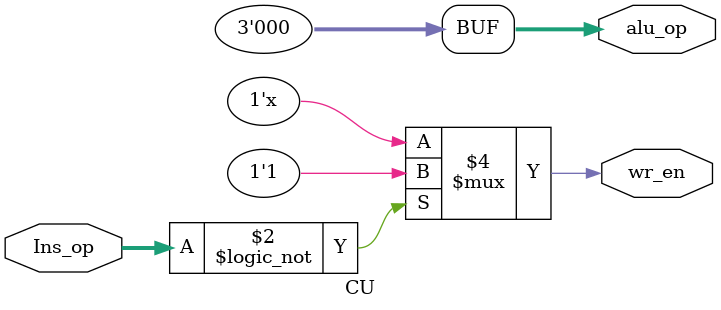
<source format=v>
module CU(
    input [6:0] Ins_op,
    output wr_en,
    output [2:0] alu_op
);
    always@* begin//任何时钟信号都引起
        if(Ins_op == 0)
            wr_en = 1;
            alu_op = 4'd0;//设置alu的操作码 对应为+
    end
endmodule
</source>
